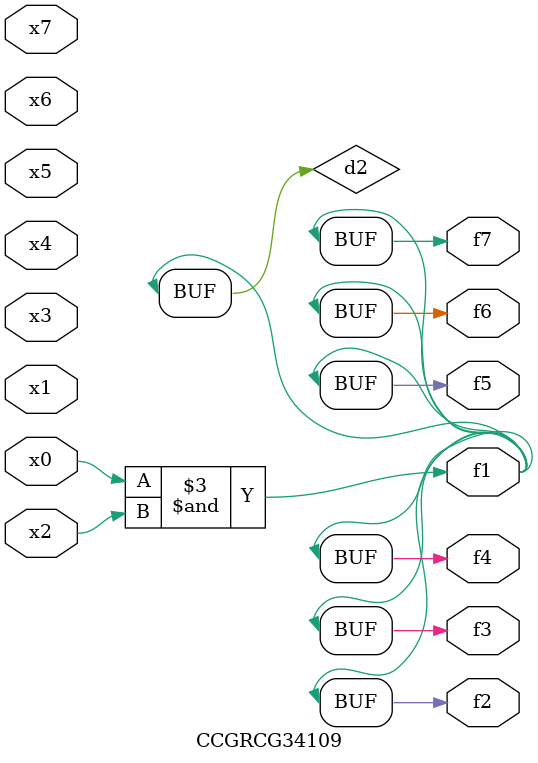
<source format=v>
module CCGRCG34109(
	input x0, x1, x2, x3, x4, x5, x6, x7,
	output f1, f2, f3, f4, f5, f6, f7
);

	wire d1, d2;

	nor (d1, x3, x6);
	and (d2, x0, x2);
	assign f1 = d2;
	assign f2 = d2;
	assign f3 = d2;
	assign f4 = d2;
	assign f5 = d2;
	assign f6 = d2;
	assign f7 = d2;
endmodule

</source>
